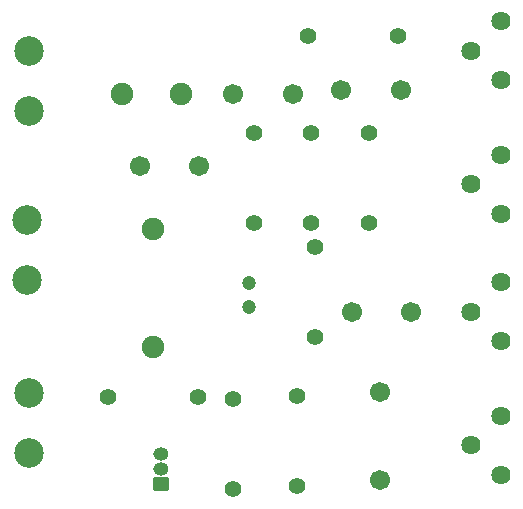
<source format=gts>
G04 Layer: TopSolderMaskLayer*
G04 EasyEDA v6.5.22, 2022-11-10 10:58:02*
G04 b15eef10417c41dab364ff867fe718c8,4d8ab2db40884aeb91e54047068f32cb,10*
G04 Gerber Generator version 0.2*
G04 Scale: 100 percent, Rotated: No, Reflected: No *
G04 Dimensions in inches *
G04 leading zeros omitted , absolute positions ,3 integer and 6 decimal *
%FSLAX36Y36*%
%MOIN*%

%AMMACRO1*1,1,$1,$2,$3*1,1,$1,$4,$5*1,1,$1,0-$2,0-$3*1,1,$1,0-$4,0-$5*20,1,$1,$2,$3,$4,$5,0*20,1,$1,$4,$5,0-$2,0-$3,0*20,1,$1,0-$2,0-$3,0-$4,0-$5,0*20,1,$1,0-$4,0-$5,$2,$3,0*4,1,4,$2,$3,$4,$5,0-$2,0-$3,0-$4,0-$5,$2,$3,0*%
%ADD10C,0.0985*%
%ADD11C,0.0749*%
%ADD12C,0.0670*%
%ADD13C,0.0472*%
%ADD14MACRO1,0.004X-0.0236X-0.0197X-0.0236X0.0197*%
%ADD15O,0.051244X0.04337*%
%ADD16C,0.0552*%
%ADD17C,0.0640*%

%LPD*%
D10*
G01*
X580000Y1545000D03*
G01*
X580000Y1345000D03*
G01*
X575000Y980000D03*
G01*
X575000Y780000D03*
G01*
X580000Y405000D03*
G01*
X580000Y205000D03*
D11*
G01*
X891599Y1400000D03*
G01*
X1088400Y1400000D03*
G01*
X995000Y558150D03*
G01*
X995000Y951849D03*
D12*
G01*
X1620000Y1415000D03*
G01*
X1820000Y1415000D03*
G01*
X1260000Y1400000D03*
G01*
X1460000Y1400000D03*
G01*
X1750000Y112364D03*
G01*
X1750000Y407635D03*
D13*
G01*
X1315000Y690630D03*
G01*
X1315000Y769369D03*
D14*
G01*
X1020000Y100000D03*
D15*
G01*
X1020000Y150000D03*
G01*
X1020000Y200000D03*
D12*
G01*
X951599Y1160000D03*
G01*
X1148400Y1160000D03*
G01*
X1656599Y675000D03*
G01*
X1853400Y675000D03*
D16*
G01*
X1475000Y395000D03*
G01*
X1475000Y95000D03*
G01*
X1260000Y85000D03*
G01*
X1260000Y385000D03*
G01*
X1145000Y390000D03*
G01*
X845000Y390000D03*
G01*
X1510000Y1595000D03*
G01*
X1810000Y1595000D03*
G01*
X1715000Y970000D03*
G01*
X1715000Y1270000D03*
G01*
X1520000Y970000D03*
G01*
X1520000Y1270000D03*
G01*
X1330000Y970000D03*
G01*
X1330000Y1270000D03*
G01*
X1535000Y590000D03*
G01*
X1535000Y890000D03*
D17*
G01*
X2055787Y230005D03*
G01*
X2154206Y328425D03*
G01*
X2154206Y131574D03*
G01*
X2055787Y675005D03*
G01*
X2154206Y773425D03*
G01*
X2154206Y576574D03*
G01*
X2055787Y1100005D03*
G01*
X2154206Y1198425D03*
G01*
X2154206Y1001574D03*
G01*
X2055787Y1545005D03*
G01*
X2154206Y1643425D03*
G01*
X2154206Y1446574D03*
M02*

</source>
